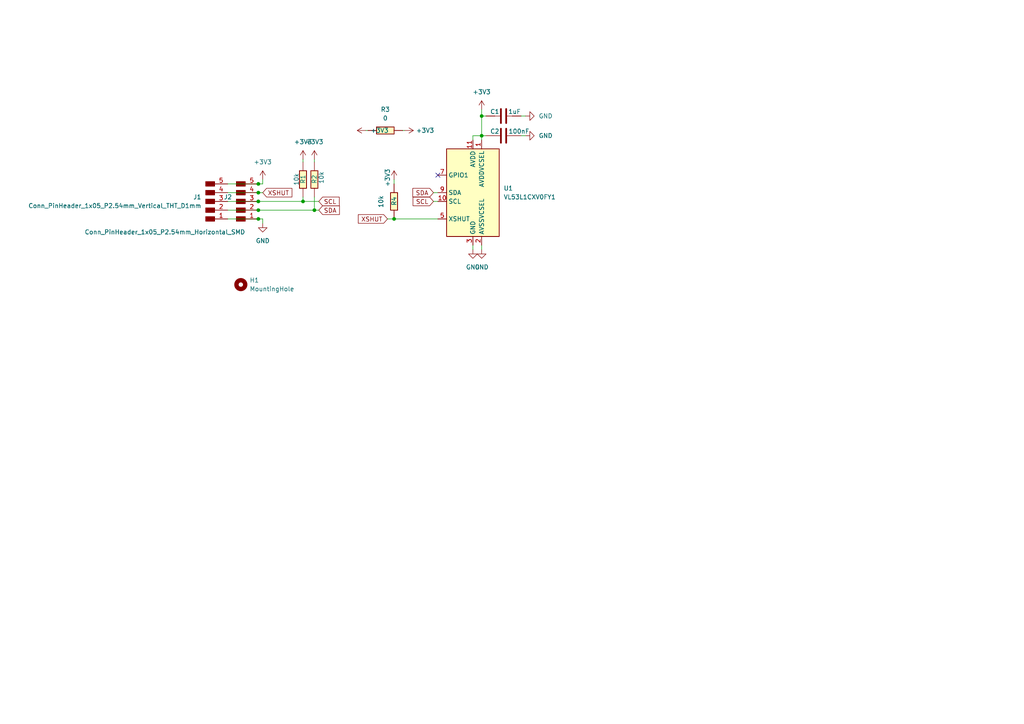
<source format=kicad_sch>
(kicad_sch (version 20230121) (generator eeschema)

  (uuid 3100ef6d-5e94-40b5-8ac6-b85bbcc87458)

  (paper "A4")

  (lib_symbols
    (symbol "Fab:C_1206" (pin_numbers hide) (in_bom yes) (on_board yes)
      (property "Reference" "C" (at 0.635 2.54 0)
        (effects (font (size 1.27 1.27)) (justify left))
      )
      (property "Value" "C_1206" (at 0.635 -2.54 0)
        (effects (font (size 1.27 1.27)) (justify left))
      )
      (property "Footprint" "fab:C_1206" (at 0 0 0)
        (effects (font (size 1.27 1.27)) hide)
      )
      (property "Datasheet" "https://www.yageo.com/upload/media/product/productsearch/datasheet/mlcc/UPY-GP_NP0_16V-to-50V_18.pdf" (at 0 0 0)
        (effects (font (size 1.27 1.27)) hide)
      )
      (property "ki_keywords" "cap capacitor unpolarized 1206 C" (at 0 0 0)
        (effects (font (size 1.27 1.27)) hide)
      )
      (property "ki_description" "Unpolarized capacitor, SMD, 1206" (at 0 0 0)
        (effects (font (size 1.27 1.27)) hide)
      )
      (property "ki_fp_filters" "*C*" (at 0 0 0)
        (effects (font (size 1.27 1.27)) hide)
      )
      (symbol "C_1206_0_1"
        (polyline
          (pts
            (xy -2.032 -0.762)
            (xy 2.032 -0.762)
          )
          (stroke (width 0.508) (type default))
          (fill (type none))
        )
        (polyline
          (pts
            (xy -2.032 0.762)
            (xy 2.032 0.762)
          )
          (stroke (width 0.508) (type default))
          (fill (type none))
        )
        (polyline
          (pts
            (xy 0 -0.635)
            (xy 0 -2.54)
          )
          (stroke (width 0) (type default))
          (fill (type none))
        )
        (polyline
          (pts
            (xy 0 0.635)
            (xy 0 2.54)
          )
          (stroke (width 0) (type default))
          (fill (type none))
        )
      )
      (symbol "C_1206_1_1"
        (pin passive line (at 0 5.08 270) (length 2.54)
          (name "~" (effects (font (size 1.27 1.27))))
          (number "1" (effects (font (size 1.27 1.27))))
        )
        (pin passive line (at 0 -5.08 90) (length 2.54)
          (name "~" (effects (font (size 1.27 1.27))))
          (number "2" (effects (font (size 1.27 1.27))))
        )
      )
    )
    (symbol "Fab:Conn_PinHeader_1x05_P2.54mm_Horizontal_SMD" (pin_names hide) (in_bom yes) (on_board yes)
      (property "Reference" "J" (at 0 7.62 0)
        (effects (font (size 1.27 1.27)))
      )
      (property "Value" "Conn_PinHeader_1x05_P2.54mm_Horizontal_SMD" (at 0 -7.62 0)
        (effects (font (size 1.27 1.27)))
      )
      (property "Footprint" "fab:PinHeader_1x05_P2.54mm_Horizontal_SMD" (at 0 0 0)
        (effects (font (size 1.27 1.27)) hide)
      )
      (property "Datasheet" "~" (at 0 0 0)
        (effects (font (size 1.27 1.27)) hide)
      )
      (property "ki_keywords" "single row male connector" (at 0 0 0)
        (effects (font (size 1.27 1.27)) hide)
      )
      (property "ki_description" "Male connector, single row" (at 0 0 0)
        (effects (font (size 1.27 1.27)) hide)
      )
      (property "ki_fp_filters" "*PinHeader*1x05*" (at 0 0 0)
        (effects (font (size 1.27 1.27)) hide)
      )
      (symbol "Conn_PinHeader_1x05_P2.54mm_Horizontal_SMD_1_1"
        (rectangle (start -1.27 -4.445) (end 1.27 -5.715)
          (stroke (width 0.254) (type default))
          (fill (type outline))
        )
        (rectangle (start -1.27 -1.905) (end 1.27 -3.175)
          (stroke (width 0.254) (type default))
          (fill (type outline))
        )
        (rectangle (start -1.27 0.635) (end 1.27 -0.635)
          (stroke (width 0.254) (type default))
          (fill (type outline))
        )
        (rectangle (start -1.27 3.175) (end 1.27 1.905)
          (stroke (width 0.254) (type default))
          (fill (type outline))
        )
        (rectangle (start -1.27 5.715) (end 1.27 4.445)
          (stroke (width 0.254) (type default))
          (fill (type outline))
        )
        (pin passive line (at 5.08 5.08 180) (length 3.81)
          (name "Pin_1" (effects (font (size 1.27 1.27))))
          (number "1" (effects (font (size 1.27 1.27))))
        )
        (pin passive line (at 5.08 2.54 180) (length 3.81)
          (name "Pin_2" (effects (font (size 1.27 1.27))))
          (number "2" (effects (font (size 1.27 1.27))))
        )
        (pin passive line (at 5.08 0 180) (length 3.81)
          (name "Pin_3" (effects (font (size 1.27 1.27))))
          (number "3" (effects (font (size 1.27 1.27))))
        )
        (pin passive line (at 5.08 -2.54 180) (length 3.81)
          (name "Pin_4" (effects (font (size 1.27 1.27))))
          (number "4" (effects (font (size 1.27 1.27))))
        )
        (pin passive line (at 5.08 -5.08 180) (length 3.81)
          (name "Pin_5" (effects (font (size 1.27 1.27))))
          (number "5" (effects (font (size 1.27 1.27))))
        )
      )
    )
    (symbol "Fab:Conn_PinHeader_1x05_P2.54mm_Vertical_THT_D1mm" (pin_names hide) (in_bom yes) (on_board yes)
      (property "Reference" "J" (at 0 7.62 0)
        (effects (font (size 1.27 1.27)))
      )
      (property "Value" "Conn_PinHeader_1x05_P2.54mm_Vertical_THT_D1mm" (at 0 -7.62 0)
        (effects (font (size 1.27 1.27)))
      )
      (property "Footprint" "fab:PinHeader_1x05_P2.54mm_Vertical_THT_D1mm" (at 0 0 0)
        (effects (font (size 1.27 1.27)) hide)
      )
      (property "Datasheet" "~" (at 0 0 0)
        (effects (font (size 1.27 1.27)) hide)
      )
      (property "ki_keywords" "single row male connector" (at 0 0 0)
        (effects (font (size 1.27 1.27)) hide)
      )
      (property "ki_description" "Male connector, single row" (at 0 0 0)
        (effects (font (size 1.27 1.27)) hide)
      )
      (property "ki_fp_filters" "*PinHeader*1x05*" (at 0 0 0)
        (effects (font (size 1.27 1.27)) hide)
      )
      (symbol "Conn_PinHeader_1x05_P2.54mm_Vertical_THT_D1mm_1_1"
        (rectangle (start -1.27 -4.445) (end 1.27 -5.715)
          (stroke (width 0.254) (type default))
          (fill (type outline))
        )
        (rectangle (start -1.27 -1.905) (end 1.27 -3.175)
          (stroke (width 0.254) (type default))
          (fill (type outline))
        )
        (rectangle (start -1.27 0.635) (end 1.27 -0.635)
          (stroke (width 0.254) (type default))
          (fill (type outline))
        )
        (rectangle (start -1.27 3.175) (end 1.27 1.905)
          (stroke (width 0.254) (type default))
          (fill (type outline))
        )
        (rectangle (start -1.27 5.715) (end 1.27 4.445)
          (stroke (width 0.254) (type default))
          (fill (type outline))
        )
        (pin passive line (at 5.08 5.08 180) (length 3.81)
          (name "Pin_1" (effects (font (size 1.27 1.27))))
          (number "1" (effects (font (size 1.27 1.27))))
        )
        (pin passive line (at 5.08 2.54 180) (length 3.81)
          (name "Pin_2" (effects (font (size 1.27 1.27))))
          (number "2" (effects (font (size 1.27 1.27))))
        )
        (pin passive line (at 5.08 0 180) (length 3.81)
          (name "Pin_3" (effects (font (size 1.27 1.27))))
          (number "3" (effects (font (size 1.27 1.27))))
        )
        (pin passive line (at 5.08 -2.54 180) (length 3.81)
          (name "Pin_4" (effects (font (size 1.27 1.27))))
          (number "4" (effects (font (size 1.27 1.27))))
        )
        (pin passive line (at 5.08 -5.08 180) (length 3.81)
          (name "Pin_5" (effects (font (size 1.27 1.27))))
          (number "5" (effects (font (size 1.27 1.27))))
        )
      )
    )
    (symbol "Fab:R_1206" (pin_numbers hide) (pin_names (offset 0)) (in_bom yes) (on_board yes)
      (property "Reference" "R" (at 2.54 0 90)
        (effects (font (size 1.27 1.27)))
      )
      (property "Value" "R_1206" (at -2.54 0 90)
        (effects (font (size 1.27 1.27)))
      )
      (property "Footprint" "fab:R_1206" (at 0 0 90)
        (effects (font (size 1.27 1.27)) hide)
      )
      (property "Datasheet" "~" (at 0 0 0)
        (effects (font (size 1.27 1.27)) hide)
      )
      (property "ki_keywords" "R res resistor RC1206FR-070RL RC1206FR-071RL RC1206FR-0710RL RC1206FR-07100RL RC1206FR-07499RL RC1206FR-071KL RC1206FR-074K99L RC1206FR-0710KL RC1206FR-07100KL RC1206FR-071ML RC1206FR-0710ML" (at 0 0 0)
        (effects (font (size 1.27 1.27)) hide)
      )
      (property "ki_description" "Resistor" (at 0 0 0)
        (effects (font (size 1.27 1.27)) hide)
      )
      (property "ki_fp_filters" "*R*1206*" (at 0 0 0)
        (effects (font (size 1.27 1.27)) hide)
      )
      (symbol "R_1206_0_1"
        (rectangle (start -1.016 -2.54) (end 1.016 2.54)
          (stroke (width 0.254) (type default))
          (fill (type background))
        )
      )
      (symbol "R_1206_1_1"
        (pin passive line (at 0 5.08 270) (length 2.54)
          (name "~" (effects (font (size 1.27 1.27))))
          (number "1" (effects (font (size 1.27 1.27))))
        )
        (pin passive line (at 0 -5.08 90) (length 2.54)
          (name "~" (effects (font (size 1.27 1.27))))
          (number "2" (effects (font (size 1.27 1.27))))
        )
      )
    )
    (symbol "Mechanical:MountingHole" (pin_names (offset 1.016)) (in_bom yes) (on_board yes)
      (property "Reference" "H" (at 0 5.08 0)
        (effects (font (size 1.27 1.27)))
      )
      (property "Value" "MountingHole" (at 0 3.175 0)
        (effects (font (size 1.27 1.27)))
      )
      (property "Footprint" "" (at 0 0 0)
        (effects (font (size 1.27 1.27)) hide)
      )
      (property "Datasheet" "~" (at 0 0 0)
        (effects (font (size 1.27 1.27)) hide)
      )
      (property "ki_keywords" "mounting hole" (at 0 0 0)
        (effects (font (size 1.27 1.27)) hide)
      )
      (property "ki_description" "Mounting Hole without connection" (at 0 0 0)
        (effects (font (size 1.27 1.27)) hide)
      )
      (property "ki_fp_filters" "MountingHole*" (at 0 0 0)
        (effects (font (size 1.27 1.27)) hide)
      )
      (symbol "MountingHole_0_1"
        (circle (center 0 0) (radius 1.27)
          (stroke (width 1.27) (type default))
          (fill (type none))
        )
      )
    )
    (symbol "Sensor_Distance:VL53L1CXV0FY1" (in_bom yes) (on_board yes)
      (property "Reference" "U" (at -6.35 13.97 0)
        (effects (font (size 1.27 1.27)))
      )
      (property "Value" "VL53L1CXV0FY1" (at 12.065 13.97 0)
        (effects (font (size 1.27 1.27)))
      )
      (property "Footprint" "Sensor_Distance:ST_VL53L1x" (at 17.145 -13.97 0)
        (effects (font (size 1.27 1.27)) hide)
      )
      (property "Datasheet" "https://www.st.com/resource/en/datasheet/vl53l1x.pdf" (at 2.54 0 0)
        (effects (font (size 1.27 1.27)) hide)
      )
      (property "ki_keywords" "VL53L1x ToF" (at 0 0 0)
        (effects (font (size 1.27 1.27)) hide)
      )
      (property "ki_description" "4m distance ranging ToF sensor" (at 0 0 0)
        (effects (font (size 1.27 1.27)) hide)
      )
      (property "ki_fp_filters" "ST*VL53L1x*" (at 0 0 0)
        (effects (font (size 1.27 1.27)) hide)
      )
      (symbol "VL53L1CXV0FY1_0_1"
        (rectangle (start -7.62 12.7) (end 7.62 -12.7)
          (stroke (width 0.254) (type default))
          (fill (type background))
        )
      )
      (symbol "VL53L1CXV0FY1_1_1"
        (pin power_in line (at 2.54 15.24 270) (length 2.54)
          (name "AVDDVCSEL" (effects (font (size 1.27 1.27))))
          (number "1" (effects (font (size 1.27 1.27))))
        )
        (pin input line (at -10.16 -2.54 0) (length 2.54)
          (name "SCL" (effects (font (size 1.27 1.27))))
          (number "10" (effects (font (size 1.27 1.27))))
        )
        (pin power_in line (at 0 15.24 270) (length 2.54)
          (name "AVDD" (effects (font (size 1.27 1.27))))
          (number "11" (effects (font (size 1.27 1.27))))
        )
        (pin passive line (at 0 -15.24 90) (length 2.54) hide
          (name "GND" (effects (font (size 1.27 1.27))))
          (number "12" (effects (font (size 1.27 1.27))))
        )
        (pin power_in line (at 2.54 -15.24 90) (length 2.54)
          (name "AVSSVCSEL" (effects (font (size 1.27 1.27))))
          (number "2" (effects (font (size 1.27 1.27))))
        )
        (pin power_in line (at 0 -15.24 90) (length 2.54)
          (name "GND" (effects (font (size 1.27 1.27))))
          (number "3" (effects (font (size 1.27 1.27))))
        )
        (pin passive line (at 0 -15.24 90) (length 2.54) hide
          (name "GND" (effects (font (size 1.27 1.27))))
          (number "4" (effects (font (size 1.27 1.27))))
        )
        (pin input line (at -10.16 -7.62 0) (length 2.54)
          (name "XSHUT" (effects (font (size 1.27 1.27))))
          (number "5" (effects (font (size 1.27 1.27))))
        )
        (pin passive line (at 0 -15.24 90) (length 2.54) hide
          (name "GND" (effects (font (size 1.27 1.27))))
          (number "6" (effects (font (size 1.27 1.27))))
        )
        (pin open_collector line (at -10.16 5.08 0) (length 2.54)
          (name "GPIO1" (effects (font (size 1.27 1.27))))
          (number "7" (effects (font (size 1.27 1.27))))
        )
        (pin no_connect line (at -7.62 7.62 0) (length 2.54) hide
          (name "DNC" (effects (font (size 1.27 1.27))))
          (number "8" (effects (font (size 1.27 1.27))))
        )
        (pin bidirectional line (at -10.16 0 0) (length 2.54)
          (name "SDA" (effects (font (size 1.27 1.27))))
          (number "9" (effects (font (size 1.27 1.27))))
        )
      )
    )
    (symbol "power:+3.3V" (power) (pin_names (offset 0)) (in_bom yes) (on_board yes)
      (property "Reference" "#PWR" (at 0 -3.81 0)
        (effects (font (size 1.27 1.27)) hide)
      )
      (property "Value" "+3.3V" (at 0 3.556 0)
        (effects (font (size 1.27 1.27)))
      )
      (property "Footprint" "" (at 0 0 0)
        (effects (font (size 1.27 1.27)) hide)
      )
      (property "Datasheet" "" (at 0 0 0)
        (effects (font (size 1.27 1.27)) hide)
      )
      (property "ki_keywords" "power-flag" (at 0 0 0)
        (effects (font (size 1.27 1.27)) hide)
      )
      (property "ki_description" "Power symbol creates a global label with name \"+3.3V\"" (at 0 0 0)
        (effects (font (size 1.27 1.27)) hide)
      )
      (symbol "+3.3V_0_1"
        (polyline
          (pts
            (xy -0.762 1.27)
            (xy 0 2.54)
          )
          (stroke (width 0) (type default))
          (fill (type none))
        )
        (polyline
          (pts
            (xy 0 0)
            (xy 0 2.54)
          )
          (stroke (width 0) (type default))
          (fill (type none))
        )
        (polyline
          (pts
            (xy 0 2.54)
            (xy 0.762 1.27)
          )
          (stroke (width 0) (type default))
          (fill (type none))
        )
      )
      (symbol "+3.3V_1_1"
        (pin power_in line (at 0 0 90) (length 0) hide
          (name "+3V3" (effects (font (size 1.27 1.27))))
          (number "1" (effects (font (size 1.27 1.27))))
        )
      )
    )
    (symbol "power:GND" (power) (pin_names (offset 0)) (in_bom yes) (on_board yes)
      (property "Reference" "#PWR" (at 0 -6.35 0)
        (effects (font (size 1.27 1.27)) hide)
      )
      (property "Value" "GND" (at 0 -3.81 0)
        (effects (font (size 1.27 1.27)))
      )
      (property "Footprint" "" (at 0 0 0)
        (effects (font (size 1.27 1.27)) hide)
      )
      (property "Datasheet" "" (at 0 0 0)
        (effects (font (size 1.27 1.27)) hide)
      )
      (property "ki_keywords" "power-flag" (at 0 0 0)
        (effects (font (size 1.27 1.27)) hide)
      )
      (property "ki_description" "Power symbol creates a global label with name \"GND\" , ground" (at 0 0 0)
        (effects (font (size 1.27 1.27)) hide)
      )
      (symbol "GND_0_1"
        (polyline
          (pts
            (xy 0 0)
            (xy 0 -1.27)
            (xy 1.27 -1.27)
            (xy 0 -2.54)
            (xy -1.27 -1.27)
            (xy 0 -1.27)
          )
          (stroke (width 0) (type default))
          (fill (type none))
        )
      )
      (symbol "GND_1_1"
        (pin power_in line (at 0 0 270) (length 0) hide
          (name "GND" (effects (font (size 1.27 1.27))))
          (number "1" (effects (font (size 1.27 1.27))))
        )
      )
    )
  )

  (junction (at 114.3 63.5) (diameter 0) (color 0 0 0 0)
    (uuid 07ebcc5f-d0c9-41b3-90ae-7be35c5b442a)
  )
  (junction (at 91.186 60.96) (diameter 0) (color 0 0 0 0)
    (uuid 53398e2f-f7c0-4bc9-ae4c-c1d5d8076418)
  )
  (junction (at 74.93 60.96) (diameter 0) (color 0 0 0 0)
    (uuid 654d1b34-7c39-4349-9200-12966b3bf1c6)
  )
  (junction (at 139.7 33.655) (diameter 0) (color 0 0 0 0)
    (uuid 799d9ff5-4493-40b2-bcae-f79daa854a38)
  )
  (junction (at 74.93 53.34) (diameter 0) (color 0 0 0 0)
    (uuid 80f04873-7bc4-4f8d-a001-9b4c1bacaa99)
  )
  (junction (at 74.93 58.42) (diameter 0) (color 0 0 0 0)
    (uuid 8a9b8004-d6f3-47b7-a197-2e9f000fe608)
  )
  (junction (at 139.7 39.37) (diameter 0) (color 0 0 0 0)
    (uuid 9fac1cfe-7299-4581-aa4f-c45679852ed9)
  )
  (junction (at 74.93 63.5) (diameter 0) (color 0 0 0 0)
    (uuid b6a0d621-1a60-42db-af57-134fed78d555)
  )
  (junction (at 74.93 55.88) (diameter 0) (color 0 0 0 0)
    (uuid ca6f31c5-b1d7-4ce3-a8e3-00847b858264)
  )
  (junction (at 87.884 58.42) (diameter 0) (color 0 0 0 0)
    (uuid e49ec10d-a8c6-44a8-9bb5-678d44ae825d)
  )

  (no_connect (at 127 50.8) (uuid 11b55156-bcdd-4d94-a4ad-273c23bc4896))

  (wire (pts (xy 137.16 39.37) (xy 137.16 40.64))
    (stroke (width 0) (type default))
    (uuid 030918a0-1687-4174-b847-3f8116f2fc85)
  )
  (wire (pts (xy 125.73 55.88) (xy 127 55.88))
    (stroke (width 0) (type default))
    (uuid 04b86348-7d7d-49c9-9c18-b3fa0a5a6cf8)
  )
  (wire (pts (xy 66.04 55.88) (xy 74.93 55.88))
    (stroke (width 0) (type default))
    (uuid 08ac81e6-058d-4188-8209-367dc6cbd321)
  )
  (wire (pts (xy 91.186 46.228) (xy 91.186 46.99))
    (stroke (width 0) (type default))
    (uuid 09a62f4a-763d-437f-922f-cf27649780a3)
  )
  (wire (pts (xy 139.7 39.37) (xy 139.7 40.64))
    (stroke (width 0) (type default))
    (uuid 0c1352d2-eaea-4e00-a2bf-2e87c1da19b3)
  )
  (wire (pts (xy 139.7 33.655) (xy 139.7 31.75))
    (stroke (width 0) (type default))
    (uuid 0c9cb456-4156-476c-abcd-8ea04ef3c53d)
  )
  (wire (pts (xy 139.7 33.655) (xy 139.7 39.37))
    (stroke (width 0) (type default))
    (uuid 0f7fa2b9-8ca9-4c7b-968f-20d5778db8b6)
  )
  (wire (pts (xy 125.73 58.42) (xy 127 58.42))
    (stroke (width 0) (type default))
    (uuid 1026d89d-7418-46d9-a657-2daec1906e0d)
  )
  (wire (pts (xy 91.186 57.15) (xy 91.186 60.96))
    (stroke (width 0) (type default))
    (uuid 1312c307-42c8-419f-907c-343c903a3dce)
  )
  (wire (pts (xy 87.884 58.42) (xy 92.456 58.42))
    (stroke (width 0) (type default))
    (uuid 173811f4-245a-4066-b5cf-b393dded5892)
  )
  (wire (pts (xy 151.13 39.37) (xy 152.4 39.37))
    (stroke (width 0) (type default))
    (uuid 185602c3-8651-4228-8b40-b21b0c10b387)
  )
  (wire (pts (xy 91.186 60.96) (xy 92.456 60.96))
    (stroke (width 0) (type default))
    (uuid 1c27cd22-7848-4685-aa94-7e9e2309d4d1)
  )
  (wire (pts (xy 74.93 60.96) (xy 91.186 60.96))
    (stroke (width 0) (type default))
    (uuid 1ce6b26f-df74-4c9d-b3d5-d7eed13e6576)
  )
  (wire (pts (xy 137.16 71.12) (xy 137.16 72.39))
    (stroke (width 0) (type default))
    (uuid 279243df-8b93-45c7-8f95-6d53fb1006bf)
  )
  (wire (pts (xy 151.13 33.655) (xy 152.4 33.655))
    (stroke (width 0) (type default))
    (uuid 390d22b4-b8a7-4530-9ae3-6f3fbf46ef97)
  )
  (wire (pts (xy 114.3 53.34) (xy 114.3 52.07))
    (stroke (width 0) (type default))
    (uuid 3eabbcae-5b57-4007-86a2-b668c66049f7)
  )
  (wire (pts (xy 76.2 53.34) (xy 76.2 52.07))
    (stroke (width 0) (type default))
    (uuid 47e21cef-ea6c-4b0c-b071-8067c62eb209)
  )
  (wire (pts (xy 76.2 63.5) (xy 76.2 64.77))
    (stroke (width 0) (type default))
    (uuid 480fc22c-5c51-44df-a644-4dc361ffd088)
  )
  (wire (pts (xy 66.04 58.42) (xy 74.93 58.42))
    (stroke (width 0) (type default))
    (uuid 4ce4b9fd-250c-47fc-9cff-6a1fba4f174a)
  )
  (wire (pts (xy 116.84 37.846) (xy 117.348 37.846))
    (stroke (width 0) (type default))
    (uuid 51fc4377-bd92-474f-ae86-ac4a877970fb)
  )
  (wire (pts (xy 140.97 39.37) (xy 139.7 39.37))
    (stroke (width 0) (type default))
    (uuid 560aa70a-5bdf-4f1a-a76d-58f55b2fccb7)
  )
  (wire (pts (xy 66.04 63.5) (xy 74.93 63.5))
    (stroke (width 0) (type default))
    (uuid 59b5a384-8564-42f6-941c-cdb25b759aa9)
  )
  (wire (pts (xy 112.395 63.5) (xy 114.3 63.5))
    (stroke (width 0) (type default))
    (uuid 6f18d04b-9241-45d6-9fe6-c30d974299cc)
  )
  (wire (pts (xy 74.93 63.5) (xy 76.2 63.5))
    (stroke (width 0) (type default))
    (uuid 7b90981a-fcc7-4eda-a920-64b1e2313445)
  )
  (wire (pts (xy 106.172 37.846) (xy 106.68 37.846))
    (stroke (width 0) (type default))
    (uuid 992db912-acad-4a66-b9d4-f982e1e5022e)
  )
  (wire (pts (xy 87.884 46.228) (xy 87.884 46.99))
    (stroke (width 0) (type default))
    (uuid a6cc873d-f35a-4df7-870d-93e01243b662)
  )
  (wire (pts (xy 74.93 58.42) (xy 87.884 58.42))
    (stroke (width 0) (type default))
    (uuid b13b3fab-32ee-4254-a907-12fcd04a6e11)
  )
  (wire (pts (xy 74.93 55.88) (xy 76.2 55.88))
    (stroke (width 0) (type default))
    (uuid b1f0e076-6e78-4370-9e06-71c6f560c3c9)
  )
  (wire (pts (xy 137.16 39.37) (xy 139.7 39.37))
    (stroke (width 0) (type default))
    (uuid bba5f704-2e65-4050-92a1-2444857c1770)
  )
  (wire (pts (xy 139.7 71.12) (xy 139.7 72.39))
    (stroke (width 0) (type default))
    (uuid c01537da-3218-457e-b7dd-c17b9085a0c6)
  )
  (wire (pts (xy 114.3 63.5) (xy 127 63.5))
    (stroke (width 0) (type default))
    (uuid cb2b4d0a-0134-4a70-b3b8-ca05333c15d1)
  )
  (wire (pts (xy 66.04 60.96) (xy 74.93 60.96))
    (stroke (width 0) (type default))
    (uuid cfefd951-ba90-4758-8d02-043b83b64171)
  )
  (wire (pts (xy 87.884 57.15) (xy 87.884 58.42))
    (stroke (width 0) (type default))
    (uuid d01b768e-edab-4c1a-b867-56d649249748)
  )
  (wire (pts (xy 66.04 53.34) (xy 74.93 53.34))
    (stroke (width 0) (type default))
    (uuid d7ab0ff9-7261-48ad-92eb-b63b9921aed9)
  )
  (wire (pts (xy 74.93 53.34) (xy 76.2 53.34))
    (stroke (width 0) (type default))
    (uuid e14f8125-56a5-43ab-bdac-d0826552e18e)
  )
  (wire (pts (xy 140.97 33.655) (xy 139.7 33.655))
    (stroke (width 0) (type default))
    (uuid e9f52d58-22e8-49f5-be8e-a03f3bcaa93c)
  )

  (global_label "SDA" (shape input) (at 125.73 55.88 180) (fields_autoplaced)
    (effects (font (size 1.27 1.27)) (justify right))
    (uuid 0c5dd0e6-b3d3-4f14-9353-46bcbd3956cc)
    (property "Intersheetrefs" "${INTERSHEET_REFS}" (at 119.7488 55.8006 0)
      (effects (font (size 1.27 1.27)) (justify right) hide)
    )
  )
  (global_label "SDA" (shape input) (at 92.456 60.96 0) (fields_autoplaced)
    (effects (font (size 1.27 1.27)) (justify left))
    (uuid 11074ae8-101c-4c6f-a884-c4396564463c)
    (property "Intersheetrefs" "${INTERSHEET_REFS}" (at 98.4372 61.0394 0)
      (effects (font (size 1.27 1.27)) (justify left) hide)
    )
  )
  (global_label "XSHUT" (shape input) (at 112.395 63.5 180) (fields_autoplaced)
    (effects (font (size 1.27 1.27)) (justify right))
    (uuid 39609dc4-afe5-45de-b6cd-f76571d7db9d)
    (property "Intersheetrefs" "${INTERSHEET_REFS}" (at 103.9343 63.4206 0)
      (effects (font (size 1.27 1.27)) (justify right) hide)
    )
  )
  (global_label "SCL" (shape input) (at 92.456 58.42 0) (fields_autoplaced)
    (effects (font (size 1.27 1.27)) (justify left))
    (uuid 7554c645-aafe-49dc-a04a-f6ce9ffb3f04)
    (property "Intersheetrefs" "${INTERSHEET_REFS}" (at 98.3767 58.4994 0)
      (effects (font (size 1.27 1.27)) (justify left) hide)
    )
  )
  (global_label "SCL" (shape input) (at 125.73 58.42 180) (fields_autoplaced)
    (effects (font (size 1.27 1.27)) (justify right))
    (uuid 84152d54-86a1-4332-bfbf-0cd34a345619)
    (property "Intersheetrefs" "${INTERSHEET_REFS}" (at 119.8093 58.3406 0)
      (effects (font (size 1.27 1.27)) (justify right) hide)
    )
  )
  (global_label "XSHUT" (shape input) (at 76.2 55.88 0) (fields_autoplaced)
    (effects (font (size 1.27 1.27)) (justify left))
    (uuid efd4b547-f162-49ed-bbf3-a726a6035bd2)
    (property "Intersheetrefs" "${INTERSHEET_REFS}" (at 84.6607 55.9594 0)
      (effects (font (size 1.27 1.27)) (justify left) hide)
    )
  )

  (symbol (lib_id "power:GND") (at 139.7 72.39 0) (unit 1)
    (in_bom yes) (on_board yes) (dnp no) (fields_autoplaced)
    (uuid 2d5ac6eb-6f0d-4071-a1d8-24a8fe9417a4)
    (property "Reference" "#PWR010" (at 139.7 78.74 0)
      (effects (font (size 1.27 1.27)) hide)
    )
    (property "Value" "GND" (at 139.7 77.47 0)
      (effects (font (size 1.27 1.27)))
    )
    (property "Footprint" "" (at 139.7 72.39 0)
      (effects (font (size 1.27 1.27)) hide)
    )
    (property "Datasheet" "" (at 139.7 72.39 0)
      (effects (font (size 1.27 1.27)) hide)
    )
    (pin "1" (uuid 1a5c0bc1-5fde-443f-b35b-633609fd5896))
    (instances
      (project "laser_breakout"
        (path "/3100ef6d-5e94-40b5-8ac6-b85bbcc87458"
          (reference "#PWR010") (unit 1)
        )
      )
    )
  )

  (symbol (lib_id "Fab:C_1206") (at 146.05 33.655 90) (unit 1)
    (in_bom yes) (on_board yes) (dnp no)
    (uuid 2f1bd3f9-4df9-46d9-a879-231ae94c1afa)
    (property "Reference" "C1" (at 143.51 32.385 90)
      (effects (font (size 1.27 1.27)))
    )
    (property "Value" "1uF" (at 149.225 32.385 90)
      (effects (font (size 1.27 1.27)))
    )
    (property "Footprint" "fab:C_1206" (at 146.05 33.655 0)
      (effects (font (size 1.27 1.27)) hide)
    )
    (property "Datasheet" "https://www.yageo.com/upload/media/product/productsearch/datasheet/mlcc/UPY-GP_NP0_16V-to-50V_18.pdf" (at 146.05 33.655 0)
      (effects (font (size 1.27 1.27)) hide)
    )
    (pin "1" (uuid 0885e059-7aec-4a0b-a89d-55048c1606a2))
    (pin "2" (uuid 7fa1dc39-ff0f-49d3-92fa-5acef0f8d2a2))
    (instances
      (project "laser_breakout"
        (path "/3100ef6d-5e94-40b5-8ac6-b85bbcc87458"
          (reference "C1") (unit 1)
        )
      )
    )
  )

  (symbol (lib_id "Fab:Conn_PinHeader_1x05_P2.54mm_Vertical_THT_D1mm") (at 60.96 58.42 0) (mirror x) (unit 1)
    (in_bom yes) (on_board yes) (dnp no) (fields_autoplaced)
    (uuid 35944708-cb56-4c88-b684-d20ec77834e0)
    (property "Reference" "J1" (at 58.42 57.1499 0)
      (effects (font (size 1.27 1.27)) (justify right))
    )
    (property "Value" "Conn_PinHeader_1x05_P2.54mm_Vertical_THT_D1mm" (at 58.42 59.6899 0)
      (effects (font (size 1.27 1.27)) (justify right))
    )
    (property "Footprint" "fab:PinHeader_1x05_P2.54mm_Vertical_THT_D1mm" (at 60.96 58.42 0)
      (effects (font (size 1.27 1.27)) hide)
    )
    (property "Datasheet" "~" (at 60.96 58.42 0)
      (effects (font (size 1.27 1.27)) hide)
    )
    (pin "1" (uuid d909e247-4bbe-4d91-9bb3-09bbb06c3b24))
    (pin "2" (uuid 2264fd68-0db4-49fb-8c25-08688bdd211a))
    (pin "3" (uuid 9da9a4e9-f60e-4817-8c51-75c1a3cc391c))
    (pin "4" (uuid 231fa87c-cebb-4b71-a04c-c83c008ac1e7))
    (pin "5" (uuid 36478b5f-fc0c-416e-b940-fee08b42d891))
    (instances
      (project "laser_breakout"
        (path "/3100ef6d-5e94-40b5-8ac6-b85bbcc87458"
          (reference "J1") (unit 1)
        )
      )
    )
  )

  (symbol (lib_id "Fab:R_1206") (at 111.76 37.846 90) (unit 1)
    (in_bom yes) (on_board yes) (dnp no) (fields_autoplaced)
    (uuid 5a35920f-ee21-4aa5-89c3-1941d663cb23)
    (property "Reference" "R3" (at 111.76 31.75 90)
      (effects (font (size 1.27 1.27)))
    )
    (property "Value" "0" (at 111.76 34.29 90)
      (effects (font (size 1.27 1.27)))
    )
    (property "Footprint" "fab:R_1206" (at 111.76 37.846 90)
      (effects (font (size 1.27 1.27)) hide)
    )
    (property "Datasheet" "~" (at 111.76 37.846 0)
      (effects (font (size 1.27 1.27)) hide)
    )
    (pin "1" (uuid ac1c7fb9-a774-4057-a333-eeccaf49edaf))
    (pin "2" (uuid 4b4f038c-0ec8-46b5-9d67-c9fc0fa2db6e))
    (instances
      (project "laser_breakout"
        (path "/3100ef6d-5e94-40b5-8ac6-b85bbcc87458"
          (reference "R3") (unit 1)
        )
      )
    )
  )

  (symbol (lib_id "power:+3.3V") (at 87.884 46.228 0) (unit 1)
    (in_bom yes) (on_board yes) (dnp no) (fields_autoplaced)
    (uuid 5d558770-3fc2-432e-a995-364b1f514fbf)
    (property "Reference" "#PWR03" (at 87.884 50.038 0)
      (effects (font (size 1.27 1.27)) hide)
    )
    (property "Value" "+3.3V" (at 87.884 41.148 0)
      (effects (font (size 1.27 1.27)))
    )
    (property "Footprint" "" (at 87.884 46.228 0)
      (effects (font (size 1.27 1.27)) hide)
    )
    (property "Datasheet" "" (at 87.884 46.228 0)
      (effects (font (size 1.27 1.27)) hide)
    )
    (pin "1" (uuid 7efd4e52-7448-4516-8bd2-0720629f836b))
    (instances
      (project "laser_breakout"
        (path "/3100ef6d-5e94-40b5-8ac6-b85bbcc87458"
          (reference "#PWR03") (unit 1)
        )
      )
    )
  )

  (symbol (lib_id "Fab:R_1206") (at 87.884 52.07 0) (unit 1)
    (in_bom yes) (on_board yes) (dnp no)
    (uuid 64cebe12-a299-4a5d-a28c-9c19bb016265)
    (property "Reference" "R1" (at 87.884 53.34 90)
      (effects (font (size 1.27 1.27)) (justify left))
    )
    (property "Value" "10k" (at 85.979 53.848 90)
      (effects (font (size 1.27 1.27)) (justify left))
    )
    (property "Footprint" "fab:R_1206" (at 87.884 52.07 90)
      (effects (font (size 1.27 1.27)) hide)
    )
    (property "Datasheet" "~" (at 87.884 52.07 0)
      (effects (font (size 1.27 1.27)) hide)
    )
    (pin "1" (uuid 9a71d85e-1577-4da3-8bbc-d85ecc588940))
    (pin "2" (uuid 8b949384-ca36-4d3b-bf16-bc9920619071))
    (instances
      (project "laser_breakout"
        (path "/3100ef6d-5e94-40b5-8ac6-b85bbcc87458"
          (reference "R1") (unit 1)
        )
      )
    )
  )

  (symbol (lib_id "power:+3.3V") (at 139.7 31.75 0) (unit 1)
    (in_bom yes) (on_board yes) (dnp no) (fields_autoplaced)
    (uuid 6bd08580-ddeb-463d-bf66-f9e617f87cb8)
    (property "Reference" "#PWR09" (at 139.7 35.56 0)
      (effects (font (size 1.27 1.27)) hide)
    )
    (property "Value" "+3.3V" (at 139.7 26.67 0)
      (effects (font (size 1.27 1.27)))
    )
    (property "Footprint" "" (at 139.7 31.75 0)
      (effects (font (size 1.27 1.27)) hide)
    )
    (property "Datasheet" "" (at 139.7 31.75 0)
      (effects (font (size 1.27 1.27)) hide)
    )
    (pin "1" (uuid be9c7021-f0a9-41b9-bf22-b729f39c329c))
    (instances
      (project "laser_breakout"
        (path "/3100ef6d-5e94-40b5-8ac6-b85bbcc87458"
          (reference "#PWR09") (unit 1)
        )
      )
    )
  )

  (symbol (lib_id "Fab:C_1206") (at 146.05 39.37 90) (unit 1)
    (in_bom yes) (on_board yes) (dnp no)
    (uuid 73403e0a-05d3-43d5-ab27-f7ad4c51d51d)
    (property "Reference" "C2" (at 143.51 38.1 90)
      (effects (font (size 1.27 1.27)))
    )
    (property "Value" "100nF" (at 150.495 38.1 90)
      (effects (font (size 1.27 1.27)))
    )
    (property "Footprint" "fab:C_1206" (at 146.05 39.37 0)
      (effects (font (size 1.27 1.27)) hide)
    )
    (property "Datasheet" "https://www.yageo.com/upload/media/product/productsearch/datasheet/mlcc/UPY-GP_NP0_16V-to-50V_18.pdf" (at 146.05 39.37 0)
      (effects (font (size 1.27 1.27)) hide)
    )
    (pin "1" (uuid ac8cae83-e964-4816-8ab1-00b9ead2d255))
    (pin "2" (uuid d6cf211a-f8df-482e-8c72-f1203e6173f9))
    (instances
      (project "laser_breakout"
        (path "/3100ef6d-5e94-40b5-8ac6-b85bbcc87458"
          (reference "C2") (unit 1)
        )
      )
    )
  )

  (symbol (lib_id "Fab:R_1206") (at 114.3 58.42 0) (unit 1)
    (in_bom yes) (on_board yes) (dnp no)
    (uuid 73a88cf1-0076-49ec-8205-115ff502ed25)
    (property "Reference" "R4" (at 114.3 59.69 90)
      (effects (font (size 1.27 1.27)) (justify left))
    )
    (property "Value" "10k" (at 110.49 60.325 90)
      (effects (font (size 1.27 1.27)) (justify left))
    )
    (property "Footprint" "fab:R_1206" (at 114.3 58.42 90)
      (effects (font (size 1.27 1.27)) hide)
    )
    (property "Datasheet" "~" (at 114.3 58.42 0)
      (effects (font (size 1.27 1.27)) hide)
    )
    (pin "1" (uuid d2c3ef56-4e8d-4e44-ad4b-7c2343c15a1a))
    (pin "2" (uuid c014be5d-e509-4187-b33a-b5596e865298))
    (instances
      (project "laser_breakout"
        (path "/3100ef6d-5e94-40b5-8ac6-b85bbcc87458"
          (reference "R4") (unit 1)
        )
      )
    )
  )

  (symbol (lib_id "power:GND") (at 152.4 39.37 90) (unit 1)
    (in_bom yes) (on_board yes) (dnp no) (fields_autoplaced)
    (uuid 7a5b0301-d774-4a76-84e6-6f2953991d6f)
    (property "Reference" "#PWR012" (at 158.75 39.37 0)
      (effects (font (size 1.27 1.27)) hide)
    )
    (property "Value" "GND" (at 156.21 39.3699 90)
      (effects (font (size 1.27 1.27)) (justify right))
    )
    (property "Footprint" "" (at 152.4 39.37 0)
      (effects (font (size 1.27 1.27)) hide)
    )
    (property "Datasheet" "" (at 152.4 39.37 0)
      (effects (font (size 1.27 1.27)) hide)
    )
    (pin "1" (uuid a35f3513-124b-4284-9202-abb6752c8da9))
    (instances
      (project "laser_breakout"
        (path "/3100ef6d-5e94-40b5-8ac6-b85bbcc87458"
          (reference "#PWR012") (unit 1)
        )
      )
    )
  )

  (symbol (lib_id "power:GND") (at 137.16 72.39 0) (unit 1)
    (in_bom yes) (on_board yes) (dnp no) (fields_autoplaced)
    (uuid 8250348a-ef53-41ed-8bec-342fcdb86a4a)
    (property "Reference" "#PWR08" (at 137.16 78.74 0)
      (effects (font (size 1.27 1.27)) hide)
    )
    (property "Value" "GND" (at 137.16 77.47 0)
      (effects (font (size 1.27 1.27)))
    )
    (property "Footprint" "" (at 137.16 72.39 0)
      (effects (font (size 1.27 1.27)) hide)
    )
    (property "Datasheet" "" (at 137.16 72.39 0)
      (effects (font (size 1.27 1.27)) hide)
    )
    (pin "1" (uuid 285907d6-0062-4180-b808-c5737410eb6d))
    (instances
      (project "laser_breakout"
        (path "/3100ef6d-5e94-40b5-8ac6-b85bbcc87458"
          (reference "#PWR08") (unit 1)
        )
      )
    )
  )

  (symbol (lib_id "Sensor_Distance:VL53L1CXV0FY1") (at 137.16 55.88 0) (unit 1)
    (in_bom yes) (on_board yes) (dnp no) (fields_autoplaced)
    (uuid 8b0dfe38-535d-4484-9177-aeed93f6b3b3)
    (property "Reference" "U1" (at 146.05 54.6099 0)
      (effects (font (size 1.27 1.27)) (justify left))
    )
    (property "Value" "VL53L1CXV0FY1" (at 146.05 57.1499 0)
      (effects (font (size 1.27 1.27)) (justify left))
    )
    (property "Footprint" "Sensor_Distance:ST_VL53L1x" (at 154.305 69.85 0)
      (effects (font (size 1.27 1.27)) hide)
    )
    (property "Datasheet" "https://www.st.com/resource/en/datasheet/vl53l1x.pdf" (at 139.7 55.88 0)
      (effects (font (size 1.27 1.27)) hide)
    )
    (pin "1" (uuid 8cd211ca-5997-45ad-ae35-c368bebe6ecc))
    (pin "10" (uuid 5bb3f60a-2de8-4f5c-9ea7-9c27dbddcdd5))
    (pin "11" (uuid 363dfbe6-6c96-4d46-b944-4d808ac918d7))
    (pin "12" (uuid e7133dde-a077-433c-af31-61e8925fc9aa))
    (pin "2" (uuid 51f2337a-bd6b-4b94-a098-55150595e0dd))
    (pin "3" (uuid 52e00e72-3199-4731-8842-01d6b2b9e322))
    (pin "4" (uuid 4aa349e7-1c73-4931-bdfa-e9ecaac48d0d))
    (pin "5" (uuid 139e6449-9b37-4014-a153-6be73a0debb4))
    (pin "6" (uuid fb8fe1ae-9153-4dfc-b8ac-da9c43a9b4eb))
    (pin "7" (uuid 6a920b0b-1062-4f97-8e5c-2d3e9f73d17d))
    (pin "8" (uuid ba9f94bc-d131-495e-902d-da2f385ab749))
    (pin "9" (uuid e68428c4-67ce-4fed-8aba-74914f4812c0))
    (instances
      (project "laser_breakout"
        (path "/3100ef6d-5e94-40b5-8ac6-b85bbcc87458"
          (reference "U1") (unit 1)
        )
      )
    )
  )

  (symbol (lib_id "Mechanical:MountingHole") (at 69.85 82.55 0) (unit 1)
    (in_bom yes) (on_board yes) (dnp no) (fields_autoplaced)
    (uuid 911c5598-d2f0-420e-a348-48bfd91531e8)
    (property "Reference" "H1" (at 72.39 81.2799 0)
      (effects (font (size 1.27 1.27)) (justify left))
    )
    (property "Value" "MountingHole" (at 72.39 83.8199 0)
      (effects (font (size 1.27 1.27)) (justify left))
    )
    (property "Footprint" "MountingHole:MountingHole_3.2mm_M3_ISO7380" (at 69.85 82.55 0)
      (effects (font (size 1.27 1.27)) hide)
    )
    (property "Datasheet" "~" (at 69.85 82.55 0)
      (effects (font (size 1.27 1.27)) hide)
    )
    (instances
      (project "laser_breakout"
        (path "/3100ef6d-5e94-40b5-8ac6-b85bbcc87458"
          (reference "H1") (unit 1)
        )
      )
    )
  )

  (symbol (lib_id "power:+3.3V") (at 91.186 46.228 0) (unit 1)
    (in_bom yes) (on_board yes) (dnp no) (fields_autoplaced)
    (uuid b2719a42-3cfd-47ed-941d-c5a8c640d924)
    (property "Reference" "#PWR04" (at 91.186 50.038 0)
      (effects (font (size 1.27 1.27)) hide)
    )
    (property "Value" "+3.3V" (at 91.186 41.148 0)
      (effects (font (size 1.27 1.27)))
    )
    (property "Footprint" "" (at 91.186 46.228 0)
      (effects (font (size 1.27 1.27)) hide)
    )
    (property "Datasheet" "" (at 91.186 46.228 0)
      (effects (font (size 1.27 1.27)) hide)
    )
    (pin "1" (uuid 6f320a93-17ed-493b-bced-fcf9069c0c04))
    (instances
      (project "laser_breakout"
        (path "/3100ef6d-5e94-40b5-8ac6-b85bbcc87458"
          (reference "#PWR04") (unit 1)
        )
      )
    )
  )

  (symbol (lib_id "power:+3.3V") (at 117.348 37.846 270) (unit 1)
    (in_bom yes) (on_board yes) (dnp no) (fields_autoplaced)
    (uuid bde2cde2-ea50-40f2-9a13-c19d6420a6a5)
    (property "Reference" "#PWR07" (at 113.538 37.846 0)
      (effects (font (size 1.27 1.27)) hide)
    )
    (property "Value" "+3.3V" (at 120.65 37.8459 90)
      (effects (font (size 1.27 1.27)) (justify left))
    )
    (property "Footprint" "" (at 117.348 37.846 0)
      (effects (font (size 1.27 1.27)) hide)
    )
    (property "Datasheet" "" (at 117.348 37.846 0)
      (effects (font (size 1.27 1.27)) hide)
    )
    (pin "1" (uuid 7e2abba1-5df2-4010-b6a4-1571f94a4d1c))
    (instances
      (project "laser_breakout"
        (path "/3100ef6d-5e94-40b5-8ac6-b85bbcc87458"
          (reference "#PWR07") (unit 1)
        )
      )
    )
  )

  (symbol (lib_id "power:GND") (at 152.4 33.655 90) (unit 1)
    (in_bom yes) (on_board yes) (dnp no) (fields_autoplaced)
    (uuid bec2340a-dc20-4dbd-b7d4-fdfde2b4798c)
    (property "Reference" "#PWR011" (at 158.75 33.655 0)
      (effects (font (size 1.27 1.27)) hide)
    )
    (property "Value" "GND" (at 156.21 33.6549 90)
      (effects (font (size 1.27 1.27)) (justify right))
    )
    (property "Footprint" "" (at 152.4 33.655 0)
      (effects (font (size 1.27 1.27)) hide)
    )
    (property "Datasheet" "" (at 152.4 33.655 0)
      (effects (font (size 1.27 1.27)) hide)
    )
    (pin "1" (uuid 2a127feb-2431-4809-9b98-a2e970a56c1a))
    (instances
      (project "laser_breakout"
        (path "/3100ef6d-5e94-40b5-8ac6-b85bbcc87458"
          (reference "#PWR011") (unit 1)
        )
      )
    )
  )

  (symbol (lib_id "Fab:R_1206") (at 91.186 52.07 0) (unit 1)
    (in_bom yes) (on_board yes) (dnp no)
    (uuid c5d19e88-d7e2-4e32-b292-26747285a14c)
    (property "Reference" "R2" (at 91.186 53.34 90)
      (effects (font (size 1.27 1.27)) (justify left))
    )
    (property "Value" "10k" (at 93.218 53.34 90)
      (effects (font (size 1.27 1.27)) (justify left))
    )
    (property "Footprint" "fab:R_1206" (at 91.186 52.07 90)
      (effects (font (size 1.27 1.27)) hide)
    )
    (property "Datasheet" "~" (at 91.186 52.07 0)
      (effects (font (size 1.27 1.27)) hide)
    )
    (pin "1" (uuid f749aa9f-452e-4550-8f5a-72854cd51516))
    (pin "2" (uuid c9cff14e-885a-401d-a9d1-7ceb380d3464))
    (instances
      (project "laser_breakout"
        (path "/3100ef6d-5e94-40b5-8ac6-b85bbcc87458"
          (reference "R2") (unit 1)
        )
      )
    )
  )

  (symbol (lib_id "power:+3.3V") (at 76.2 52.07 0) (unit 1)
    (in_bom yes) (on_board yes) (dnp no) (fields_autoplaced)
    (uuid cecf8d07-f1de-4a82-b6b3-0fa8e8d41258)
    (property "Reference" "#PWR01" (at 76.2 55.88 0)
      (effects (font (size 1.27 1.27)) hide)
    )
    (property "Value" "+3.3V" (at 76.2 46.99 0)
      (effects (font (size 1.27 1.27)))
    )
    (property "Footprint" "" (at 76.2 52.07 0)
      (effects (font (size 1.27 1.27)) hide)
    )
    (property "Datasheet" "" (at 76.2 52.07 0)
      (effects (font (size 1.27 1.27)) hide)
    )
    (pin "1" (uuid c6280fc7-4a7f-4724-bc1f-f157d8ee3465))
    (instances
      (project "laser_breakout"
        (path "/3100ef6d-5e94-40b5-8ac6-b85bbcc87458"
          (reference "#PWR01") (unit 1)
        )
      )
    )
  )

  (symbol (lib_id "power:GND") (at 76.2 64.77 0) (unit 1)
    (in_bom yes) (on_board yes) (dnp no) (fields_autoplaced)
    (uuid d4006a13-4894-4ac5-aa25-adc58a3d3f16)
    (property "Reference" "#PWR02" (at 76.2 71.12 0)
      (effects (font (size 1.27 1.27)) hide)
    )
    (property "Value" "GND" (at 76.2 69.85 0)
      (effects (font (size 1.27 1.27)))
    )
    (property "Footprint" "" (at 76.2 64.77 0)
      (effects (font (size 1.27 1.27)) hide)
    )
    (property "Datasheet" "" (at 76.2 64.77 0)
      (effects (font (size 1.27 1.27)) hide)
    )
    (pin "1" (uuid 19f2d120-3bf0-48a2-b907-14f258a7eab7))
    (instances
      (project "laser_breakout"
        (path "/3100ef6d-5e94-40b5-8ac6-b85bbcc87458"
          (reference "#PWR02") (unit 1)
        )
      )
    )
  )

  (symbol (lib_id "power:+3.3V") (at 106.172 37.846 90) (unit 1)
    (in_bom yes) (on_board yes) (dnp no) (fields_autoplaced)
    (uuid d87a14ea-3c7c-47f0-9272-61600bddf9d5)
    (property "Reference" "#PWR05" (at 109.982 37.846 0)
      (effects (font (size 1.27 1.27)) hide)
    )
    (property "Value" "+3.3V" (at 107.442 37.8459 90)
      (effects (font (size 1.27 1.27)) (justify right))
    )
    (property "Footprint" "" (at 106.172 37.846 0)
      (effects (font (size 1.27 1.27)) hide)
    )
    (property "Datasheet" "" (at 106.172 37.846 0)
      (effects (font (size 1.27 1.27)) hide)
    )
    (pin "1" (uuid faa2b39e-7c2d-4f16-b931-118ed17db360))
    (instances
      (project "laser_breakout"
        (path "/3100ef6d-5e94-40b5-8ac6-b85bbcc87458"
          (reference "#PWR05") (unit 1)
        )
      )
    )
  )

  (symbol (lib_id "Fab:Conn_PinHeader_1x05_P2.54mm_Horizontal_SMD") (at 69.85 58.42 0) (mirror x) (unit 1)
    (in_bom yes) (on_board yes) (dnp no)
    (uuid da830861-9b9f-410c-84fb-00b1c388126c)
    (property "Reference" "J2" (at 67.31 57.1499 0)
      (effects (font (size 1.27 1.27)) (justify right))
    )
    (property "Value" "Conn_PinHeader_1x05_P2.54mm_Horizontal_SMD" (at 71.12 67.31 0)
      (effects (font (size 1.27 1.27)) (justify right))
    )
    (property "Footprint" "fab:PinHeader_1x05_P2.54mm_Horizontal_SMD" (at 69.85 58.42 0)
      (effects (font (size 1.27 1.27)) hide)
    )
    (property "Datasheet" "~" (at 69.85 58.42 0)
      (effects (font (size 1.27 1.27)) hide)
    )
    (pin "1" (uuid ddb6341b-b910-4b41-9569-9e990440c9e5))
    (pin "2" (uuid d86dac3a-b54d-44b8-9a3b-d7d3ebb9e120))
    (pin "3" (uuid 5f3e160f-04f9-4873-b43a-7bcc95ae831b))
    (pin "4" (uuid 46ac5112-7080-4014-892c-2342b99f3dde))
    (pin "5" (uuid eee1a5f4-237c-409f-9519-2a692ccdc812))
    (instances
      (project "laser_breakout"
        (path "/3100ef6d-5e94-40b5-8ac6-b85bbcc87458"
          (reference "J2") (unit 1)
        )
      )
    )
  )

  (symbol (lib_id "power:+3.3V") (at 114.3 52.07 0) (unit 1)
    (in_bom yes) (on_board yes) (dnp no)
    (uuid fa91dee0-7c3f-48b9-bcd5-04eb77eda05c)
    (property "Reference" "#PWR06" (at 114.3 55.88 0)
      (effects (font (size 1.27 1.27)) hide)
    )
    (property "Value" "+3.3V" (at 112.395 48.895 90)
      (effects (font (size 1.27 1.27)) (justify right))
    )
    (property "Footprint" "" (at 114.3 52.07 0)
      (effects (font (size 1.27 1.27)) hide)
    )
    (property "Datasheet" "" (at 114.3 52.07 0)
      (effects (font (size 1.27 1.27)) hide)
    )
    (pin "1" (uuid d48b9851-940a-4315-b823-d23497007a30))
    (instances
      (project "laser_breakout"
        (path "/3100ef6d-5e94-40b5-8ac6-b85bbcc87458"
          (reference "#PWR06") (unit 1)
        )
      )
    )
  )

  (sheet_instances
    (path "/" (page "1"))
  )
)

</source>
